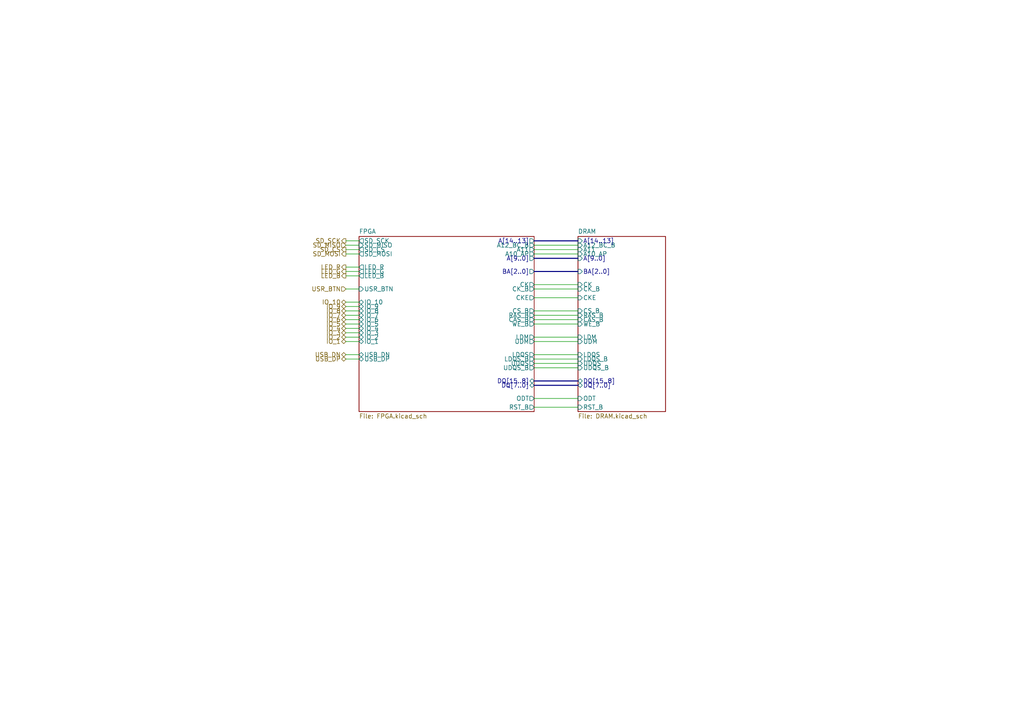
<source format=kicad_sch>
(kicad_sch
	(version 20250114)
	(generator "eeschema")
	(generator_version "9.0")
	(uuid "4352297a-e32b-4d0d-aeec-02d3edae7d1a")
	(paper "A4")
	(lib_symbols)
	(wire
		(pts
			(xy 154.94 83.82) (xy 167.64 83.82)
		)
		(stroke
			(width 0)
			(type default)
		)
		(uuid "03356519-9c03-426f-8de5-7bcdf640c3b2")
	)
	(wire
		(pts
			(xy 154.94 105.41) (xy 167.64 105.41)
		)
		(stroke
			(width 0)
			(type default)
		)
		(uuid "0a525378-ac94-4f66-a9e4-a36ce3c9af12")
	)
	(wire
		(pts
			(xy 154.94 97.79) (xy 167.64 97.79)
		)
		(stroke
			(width 0)
			(type default)
		)
		(uuid "1ccbd36f-0413-4e54-b32e-7c54257bf17d")
	)
	(wire
		(pts
			(xy 154.94 115.57) (xy 167.64 115.57)
		)
		(stroke
			(width 0)
			(type default)
		)
		(uuid "1cf12289-ee77-4be8-97c3-b73d2a88a46c")
	)
	(wire
		(pts
			(xy 100.33 80.01) (xy 104.14 80.01)
		)
		(stroke
			(width 0)
			(type default)
		)
		(uuid "251fb74a-e0c5-44e9-96a2-fd13ec306d69")
	)
	(wire
		(pts
			(xy 100.33 69.85) (xy 104.14 69.85)
		)
		(stroke
			(width 0)
			(type default)
		)
		(uuid "2736f26c-2d82-45a2-b46c-e66cd0d0e9c5")
	)
	(wire
		(pts
			(xy 154.94 72.39) (xy 167.64 72.39)
		)
		(stroke
			(width 0)
			(type default)
		)
		(uuid "401aae58-7b01-46f7-829a-ad1c1e819df7")
	)
	(wire
		(pts
			(xy 154.94 99.06) (xy 167.64 99.06)
		)
		(stroke
			(width 0)
			(type default)
		)
		(uuid "40e0d9f6-d23f-40e7-872a-f7103d90f807")
	)
	(wire
		(pts
			(xy 100.33 77.47) (xy 104.14 77.47)
		)
		(stroke
			(width 0)
			(type default)
		)
		(uuid "42bff415-6629-4914-81bb-a6e4651cedd8")
	)
	(wire
		(pts
			(xy 154.94 102.87) (xy 167.64 102.87)
		)
		(stroke
			(width 0)
			(type default)
		)
		(uuid "43978998-98f2-41e8-849f-b338fe24d148")
	)
	(wire
		(pts
			(xy 100.33 88.9) (xy 104.14 88.9)
		)
		(stroke
			(width 0)
			(type default)
		)
		(uuid "49c99f07-894e-49b0-ac90-06e0e867430e")
	)
	(wire
		(pts
			(xy 100.33 73.66) (xy 104.14 73.66)
		)
		(stroke
			(width 0)
			(type default)
		)
		(uuid "4b6b1b12-66b9-4fa6-b433-708fc90777c5")
	)
	(wire
		(pts
			(xy 154.94 86.36) (xy 167.64 86.36)
		)
		(stroke
			(width 0)
			(type default)
		)
		(uuid "53977053-512b-47f1-96fd-e7b582ac47df")
	)
	(wire
		(pts
			(xy 154.94 104.14) (xy 167.64 104.14)
		)
		(stroke
			(width 0)
			(type default)
		)
		(uuid "54935d9c-aa79-45fb-9812-ce8e04f44e14")
	)
	(bus
		(pts
			(xy 154.94 78.74) (xy 167.64 78.74)
		)
		(stroke
			(width 0)
			(type default)
		)
		(uuid "56342d4a-d75c-496d-adaf-477117a5f3c1")
	)
	(bus
		(pts
			(xy 154.94 110.49) (xy 167.64 110.49)
		)
		(stroke
			(width 0)
			(type default)
		)
		(uuid "5bc84b6d-4500-43bc-9576-3e02d4974b49")
	)
	(bus
		(pts
			(xy 154.94 111.76) (xy 167.64 111.76)
		)
		(stroke
			(width 0)
			(type default)
		)
		(uuid "5bff621d-7b9c-4b7d-b303-cb365e00a4a2")
	)
	(wire
		(pts
			(xy 100.33 93.98) (xy 104.14 93.98)
		)
		(stroke
			(width 0)
			(type default)
		)
		(uuid "62d2fb88-ad21-4f9a-968a-8d1e4c99ab0a")
	)
	(bus
		(pts
			(xy 154.94 74.93) (xy 167.64 74.93)
		)
		(stroke
			(width 0)
			(type default)
		)
		(uuid "6d1c0c21-041f-4181-b891-2a5fd92af489")
	)
	(wire
		(pts
			(xy 100.33 104.14) (xy 104.14 104.14)
		)
		(stroke
			(width 0)
			(type default)
		)
		(uuid "71de44a7-2381-44cc-9970-609a311b6e96")
	)
	(wire
		(pts
			(xy 100.33 97.79) (xy 104.14 97.79)
		)
		(stroke
			(width 0)
			(type default)
		)
		(uuid "7bd617c5-12a3-4287-a719-3e06603ec299")
	)
	(wire
		(pts
			(xy 154.94 91.44) (xy 167.64 91.44)
		)
		(stroke
			(width 0)
			(type default)
		)
		(uuid "7d7d5bc7-bba4-429f-92e5-f8927e49f8a9")
	)
	(wire
		(pts
			(xy 100.33 72.39) (xy 104.14 72.39)
		)
		(stroke
			(width 0)
			(type default)
		)
		(uuid "815de933-9ac0-4545-a2bb-186d2a6ce02c")
	)
	(wire
		(pts
			(xy 100.33 96.52) (xy 104.14 96.52)
		)
		(stroke
			(width 0)
			(type default)
		)
		(uuid "8434f48a-0298-4e7e-a487-14cc51205bcf")
	)
	(bus
		(pts
			(xy 154.94 69.85) (xy 167.64 69.85)
		)
		(stroke
			(width 0)
			(type default)
		)
		(uuid "893d9193-aa3f-4e00-bc54-693905d67d2d")
	)
	(wire
		(pts
			(xy 100.33 99.06) (xy 104.14 99.06)
		)
		(stroke
			(width 0)
			(type default)
		)
		(uuid "90255be7-3b2b-45a6-9ae3-9e60651a33b0")
	)
	(wire
		(pts
			(xy 154.94 92.71) (xy 167.64 92.71)
		)
		(stroke
			(width 0)
			(type default)
		)
		(uuid "96e2a504-0bf9-4028-ac91-6c487c43742e")
	)
	(wire
		(pts
			(xy 154.94 71.12) (xy 167.64 71.12)
		)
		(stroke
			(width 0)
			(type default)
		)
		(uuid "9746496a-21b4-47b3-b6a4-e0dac4ba784c")
	)
	(wire
		(pts
			(xy 154.94 82.55) (xy 167.64 82.55)
		)
		(stroke
			(width 0)
			(type default)
		)
		(uuid "9e487865-51b2-49ee-b8ec-00ce001392db")
	)
	(wire
		(pts
			(xy 154.94 73.66) (xy 167.64 73.66)
		)
		(stroke
			(width 0)
			(type default)
		)
		(uuid "ae60edb1-56fe-477d-8e87-be9fdc656a91")
	)
	(wire
		(pts
			(xy 154.94 93.98) (xy 167.64 93.98)
		)
		(stroke
			(width 0)
			(type default)
		)
		(uuid "bf870070-888e-419b-b632-1e5ee060851c")
	)
	(wire
		(pts
			(xy 100.33 102.87) (xy 104.14 102.87)
		)
		(stroke
			(width 0)
			(type default)
		)
		(uuid "ce4f41a9-b339-4e61-be29-908bc5f26cbd")
	)
	(wire
		(pts
			(xy 100.33 78.74) (xy 104.14 78.74)
		)
		(stroke
			(width 0)
			(type default)
		)
		(uuid "cf811994-f002-488c-a6a9-f4f8b3b9a044")
	)
	(wire
		(pts
			(xy 154.94 106.68) (xy 167.64 106.68)
		)
		(stroke
			(width 0)
			(type default)
		)
		(uuid "d443cb97-c399-4885-b8b3-15430a1619db")
	)
	(wire
		(pts
			(xy 100.33 90.17) (xy 104.14 90.17)
		)
		(stroke
			(width 0)
			(type default)
		)
		(uuid "d6c612d8-1528-4a25-9b1f-662057436ecb")
	)
	(wire
		(pts
			(xy 154.94 90.17) (xy 167.64 90.17)
		)
		(stroke
			(width 0)
			(type default)
		)
		(uuid "dd75ce40-8e10-4c71-9d21-8ce45b01d194")
	)
	(wire
		(pts
			(xy 100.33 87.63) (xy 104.14 87.63)
		)
		(stroke
			(width 0)
			(type default)
		)
		(uuid "ea14c2fb-98b5-4aa6-a305-2321a34d4437")
	)
	(wire
		(pts
			(xy 100.33 83.82) (xy 104.14 83.82)
		)
		(stroke
			(width 0)
			(type default)
		)
		(uuid "eca7f51a-5715-4fc0-8375-526d6ef1b6fa")
	)
	(wire
		(pts
			(xy 100.33 92.71) (xy 104.14 92.71)
		)
		(stroke
			(width 0)
			(type default)
		)
		(uuid "f6b34aba-e7df-443b-8616-c139b10abeda")
	)
	(wire
		(pts
			(xy 100.33 95.25) (xy 104.14 95.25)
		)
		(stroke
			(width 0)
			(type default)
		)
		(uuid "f709cf60-c84d-4a73-a366-b0992e8a81ef")
	)
	(wire
		(pts
			(xy 100.33 91.44) (xy 104.14 91.44)
		)
		(stroke
			(width 0)
			(type default)
		)
		(uuid "faea3d2c-96d3-469a-8fdc-c6a1711307f0")
	)
	(wire
		(pts
			(xy 154.94 118.11) (xy 167.64 118.11)
		)
		(stroke
			(width 0)
			(type default)
		)
		(uuid "fcefc7d2-1fd9-4761-a801-cda75bb8491d")
	)
	(wire
		(pts
			(xy 100.33 71.12) (xy 104.14 71.12)
		)
		(stroke
			(width 0)
			(type default)
		)
		(uuid "fcf574a9-14b5-4963-aa0a-2d24a54400e2")
	)
	(hierarchical_label "LED_B"
		(shape output)
		(at 100.33 80.01 180)
		(effects
			(font
				(size 1.27 1.27)
			)
			(justify right)
		)
		(uuid "02ce3184-12d3-4c0b-8757-c8cb8f79ca79")
	)
	(hierarchical_label "USR_BTN"
		(shape input)
		(at 100.33 83.82 180)
		(effects
			(font
				(size 1.27 1.27)
			)
			(justify right)
		)
		(uuid "0c930c4f-3f1a-4798-be68-704437964705")
	)
	(hierarchical_label "IO_1"
		(shape bidirectional)
		(at 100.33 99.06 180)
		(effects
			(font
				(size 1.27 1.27)
			)
			(justify right)
		)
		(uuid "0eb907ae-80c0-432a-8fb2-99c15866b12a")
	)
	(hierarchical_label "SD_CS"
		(shape output)
		(at 100.33 72.39 180)
		(effects
			(font
				(size 1.27 1.27)
			)
			(justify right)
		)
		(uuid "1aa35ffe-e176-496b-90f9-9f01c22a73e2")
	)
	(hierarchical_label "IO_10"
		(shape bidirectional)
		(at 100.33 87.63 180)
		(effects
			(font
				(size 1.27 1.27)
			)
			(justify right)
		)
		(uuid "1c91f08f-0f24-4f9f-ac16-4641fd421961")
	)
	(hierarchical_label "IO_2"
		(shape bidirectional)
		(at 100.33 97.79 180)
		(effects
			(font
				(size 1.27 1.27)
			)
			(justify right)
		)
		(uuid "1eb830a6-5785-4e39-9707-0d862135c6f4")
	)
	(hierarchical_label "SD_MOSI"
		(shape output)
		(at 100.33 73.66 180)
		(effects
			(font
				(size 1.27 1.27)
			)
			(justify right)
		)
		(uuid "2014beb5-5765-4b3e-94d2-06b92ba60e2a")
	)
	(hierarchical_label "IO_7"
		(shape bidirectional)
		(at 100.33 91.44 180)
		(effects
			(font
				(size 1.27 1.27)
			)
			(justify right)
		)
		(uuid "2d6ab1c8-f357-4833-b5ba-578771101201")
	)
	(hierarchical_label "LED_R"
		(shape output)
		(at 100.33 77.47 180)
		(effects
			(font
				(size 1.27 1.27)
			)
			(justify right)
		)
		(uuid "40bb6364-e90f-4013-bedc-6a86bbd3ff27")
	)
	(hierarchical_label "SD_SCK"
		(shape output)
		(at 100.33 69.85 180)
		(effects
			(font
				(size 1.27 1.27)
			)
			(justify right)
		)
		(uuid "4b5b3e9a-03ee-4c09-91dc-78d160cc3664")
	)
	(hierarchical_label "IO_9"
		(shape bidirectional)
		(at 100.33 88.9 180)
		(effects
			(font
				(size 1.27 1.27)
			)
			(justify right)
		)
		(uuid "5ff858c8-15b0-462e-b66f-8cd1d1d0fd8a")
	)
	(hierarchical_label "IO_8"
		(shape bidirectional)
		(at 100.33 90.17 180)
		(effects
			(font
				(size 1.27 1.27)
			)
			(justify right)
		)
		(uuid "6124b59f-682a-48dc-b684-242e3d22ff7e")
	)
	(hierarchical_label "USB_DN"
		(shape bidirectional)
		(at 100.33 102.87 180)
		(effects
			(font
				(size 1.27 1.27)
			)
			(justify right)
		)
		(uuid "66110213-7dec-4403-95d2-52dcd56bd6a1")
	)
	(hierarchical_label "IO_4"
		(shape bidirectional)
		(at 100.33 95.25 180)
		(effects
			(font
				(size 1.27 1.27)
			)
			(justify right)
		)
		(uuid "6ee6f46f-5678-4dcb-bd1a-7c74800566e1")
	)
	(hierarchical_label "SD_MISO"
		(shape input)
		(at 100.33 71.12 180)
		(effects
			(font
				(size 1.27 1.27)
			)
			(justify right)
		)
		(uuid "9c4a403c-b260-4d24-8f1c-8325798f81c4")
	)
	(hierarchical_label "IO_5"
		(shape bidirectional)
		(at 100.33 93.98 180)
		(effects
			(font
				(size 1.27 1.27)
			)
			(justify right)
		)
		(uuid "9c803cea-c7a3-41b4-bce6-837a4c33d094")
	)
	(hierarchical_label "IO_3"
		(shape bidirectional)
		(at 100.33 96.52 180)
		(effects
			(font
				(size 1.27 1.27)
			)
			(justify right)
		)
		(uuid "c47d0cdf-536e-4446-9e4b-6d16e8bf94db")
	)
	(hierarchical_label "LED_G"
		(shape output)
		(at 100.33 78.74 180)
		(effects
			(font
				(size 1.27 1.27)
			)
			(justify right)
		)
		(uuid "ce8042e3-25ec-482d-a84a-172ab2123db7")
	)
	(hierarchical_label "IO_6"
		(shape bidirectional)
		(at 100.33 92.71 180)
		(effects
			(font
				(size 1.27 1.27)
			)
			(justify right)
		)
		(uuid "d5d670f8-52e8-42f9-8ee2-1d57e70e3a7d")
	)
	(hierarchical_label "USB_DP"
		(shape bidirectional)
		(at 100.33 104.14 180)
		(effects
			(font
				(size 1.27 1.27)
			)
			(justify right)
		)
		(uuid "fad91cc6-e8a7-4862-9dd6-24ab2651a7ec")
	)
	(sheet
		(at 104.14 68.58)
		(size 50.8 50.8)
		(exclude_from_sim no)
		(in_bom yes)
		(on_board yes)
		(dnp no)
		(fields_autoplaced yes)
		(stroke
			(width 0.1524)
			(type solid)
		)
		(fill
			(color 0 0 0 0.0000)
		)
		(uuid "45951699-7d91-42f2-85db-3c9973456bfb")
		(property "Sheetname" "FPGA"
			(at 104.14 67.8684 0)
			(effects
				(font
					(size 1.27 1.27)
				)
				(justify left bottom)
			)
		)
		(property "Sheetfile" "FPGA.kicad_sch"
			(at 104.14 119.9646 0)
			(effects
				(font
					(size 1.27 1.27)
				)
				(justify left top)
			)
		)
		(pin "A10_AP" output
			(at 154.94 73.66 0)
			(uuid "2375aa0b-480c-497f-848a-e3d2d413f6c5")
			(effects
				(font
					(size 1.27 1.27)
				)
				(justify right)
			)
		)
		(pin "A11" output
			(at 154.94 72.39 0)
			(uuid "6e96396e-f658-4e74-bddb-5adb53e19ddb")
			(effects
				(font
					(size 1.27 1.27)
				)
				(justify right)
			)
		)
		(pin "A12_BC_B" output
			(at 154.94 71.12 0)
			(uuid "a6d27120-0782-4bc3-b343-4401dd9b474b")
			(effects
				(font
					(size 1.27 1.27)
				)
				(justify right)
			)
		)
		(pin "A[14..13]" output
			(at 154.94 69.85 0)
			(uuid "6f43edd6-e9c5-462b-8ec4-1e02d7a6b793")
			(effects
				(font
					(size 1.27 1.27)
				)
				(justify right)
			)
		)
		(pin "BA[2..0]" output
			(at 154.94 78.74 0)
			(uuid "a5e19671-b7d9-48e5-966a-4c3d60902cde")
			(effects
				(font
					(size 1.27 1.27)
				)
				(justify right)
			)
		)
		(pin "A[9..0]" output
			(at 154.94 74.93 0)
			(uuid "fcf24cc4-ddf2-4a77-9e0c-ce07f979e636")
			(effects
				(font
					(size 1.27 1.27)
				)
				(justify right)
			)
		)
		(pin "WE_B" output
			(at 154.94 93.98 0)
			(uuid "a7b7d62c-db6b-47fd-803c-b039cc18e558")
			(effects
				(font
					(size 1.27 1.27)
				)
				(justify right)
			)
		)
		(pin "RAS_B" output
			(at 154.94 91.44 0)
			(uuid "dc8c480c-1725-4105-ab1a-3af2f0d10c44")
			(effects
				(font
					(size 1.27 1.27)
				)
				(justify right)
			)
		)
		(pin "CAS_B" output
			(at 154.94 92.71 0)
			(uuid "e09e04b5-fa30-4d3c-b36e-2573008fb5b5")
			(effects
				(font
					(size 1.27 1.27)
				)
				(justify right)
			)
		)
		(pin "CS_B" output
			(at 154.94 90.17 0)
			(uuid "4cc125ab-a1ed-4972-8a12-2567b2d0fc4d")
			(effects
				(font
					(size 1.27 1.27)
				)
				(justify right)
			)
		)
		(pin "CK" output
			(at 154.94 82.55 0)
			(uuid "f999b773-599a-4d9f-8ae7-9846ab1c4f1c")
			(effects
				(font
					(size 1.27 1.27)
				)
				(justify right)
			)
		)
		(pin "CK_B" output
			(at 154.94 83.82 0)
			(uuid "81b4aac4-163f-46f1-bef1-5499e25768c3")
			(effects
				(font
					(size 1.27 1.27)
				)
				(justify right)
			)
		)
		(pin "RST_B" output
			(at 154.94 118.11 0)
			(uuid "d7da3cf3-413c-4cde-9880-46e05b176c48")
			(effects
				(font
					(size 1.27 1.27)
				)
				(justify right)
			)
		)
		(pin "DQ[15..8]" bidirectional
			(at 154.94 110.49 0)
			(uuid "d6ca27f8-f597-4ba1-9c13-fd27177b730f")
			(effects
				(font
					(size 1.27 1.27)
				)
				(justify right)
			)
		)
		(pin "DQ[7..0]" bidirectional
			(at 154.94 111.76 0)
			(uuid "daa93b8c-5572-4785-8f07-e383376db9c7")
			(effects
				(font
					(size 1.27 1.27)
				)
				(justify right)
			)
		)
		(pin "UDQS" output
			(at 154.94 105.41 0)
			(uuid "c0d901a2-2f96-44b3-a6ff-2390860bdd5d")
			(effects
				(font
					(size 1.27 1.27)
				)
				(justify right)
			)
		)
		(pin "CKE" output
			(at 154.94 86.36 0)
			(uuid "545888c7-328a-441f-871b-d49804f9120c")
			(effects
				(font
					(size 1.27 1.27)
				)
				(justify right)
			)
		)
		(pin "LDM" output
			(at 154.94 97.79 0)
			(uuid "8aa09f52-9ffd-4bc6-baaf-e15e87a8fe26")
			(effects
				(font
					(size 1.27 1.27)
				)
				(justify right)
			)
		)
		(pin "ODT" output
			(at 154.94 115.57 0)
			(uuid "ac7339bf-90e3-451f-af6c-49450a261d37")
			(effects
				(font
					(size 1.27 1.27)
				)
				(justify right)
			)
		)
		(pin "UDQS_B" output
			(at 154.94 106.68 0)
			(uuid "1735b8b9-99a3-43b8-b489-322a41897406")
			(effects
				(font
					(size 1.27 1.27)
				)
				(justify right)
			)
		)
		(pin "LDQS" output
			(at 154.94 102.87 0)
			(uuid "1f2a4761-438f-4874-91b0-bce9db2fd1d0")
			(effects
				(font
					(size 1.27 1.27)
				)
				(justify right)
			)
		)
		(pin "LDQS_B" output
			(at 154.94 104.14 0)
			(uuid "d6c764a3-4d2f-42f1-8b0d-d34f9bf28af8")
			(effects
				(font
					(size 1.27 1.27)
				)
				(justify right)
			)
		)
		(pin "UDM" output
			(at 154.94 99.06 0)
			(uuid "8c09d5a6-6f11-4547-97f8-c9b638755a98")
			(effects
				(font
					(size 1.27 1.27)
				)
				(justify right)
			)
		)
		(pin "SD_SCK" output
			(at 104.14 69.85 180)
			(uuid "1b7bb2ad-61e5-4831-aa09-1cdb1594bc0d")
			(effects
				(font
					(size 1.27 1.27)
				)
				(justify left)
			)
		)
		(pin "SD_MISO" input
			(at 104.14 71.12 180)
			(uuid "cb6d56b2-d3a0-42c8-a135-cbfde46cf7fb")
			(effects
				(font
					(size 1.27 1.27)
				)
				(justify left)
			)
		)
		(pin "SD_CS" output
			(at 104.14 72.39 180)
			(uuid "1064e943-17c2-4b72-94c8-8eca4f88e748")
			(effects
				(font
					(size 1.27 1.27)
				)
				(justify left)
			)
		)
		(pin "SD_MOSI" output
			(at 104.14 73.66 180)
			(uuid "c449c4c4-28fe-4fa3-b391-aceb6ddedb03")
			(effects
				(font
					(size 1.27 1.27)
				)
				(justify left)
			)
		)
		(pin "LED_R" output
			(at 104.14 77.47 180)
			(uuid "6dc58897-be08-45c7-a961-2a081f6839cc")
			(effects
				(font
					(size 1.27 1.27)
				)
				(justify left)
			)
		)
		(pin "LED_B" output
			(at 104.14 80.01 180)
			(uuid "deee3b8a-d204-4c81-bd97-5d158545c3b7")
			(effects
				(font
					(size 1.27 1.27)
				)
				(justify left)
			)
		)
		(pin "LED_G" output
			(at 104.14 78.74 180)
			(uuid "a6eeed8f-107f-4050-a0cf-fcb2465131ed")
			(effects
				(font
					(size 1.27 1.27)
				)
				(justify left)
			)
		)
		(pin "USR_BTN" input
			(at 104.14 83.82 180)
			(uuid "d69abee9-3734-415f-b747-7e30b096685e")
			(effects
				(font
					(size 1.27 1.27)
				)
				(justify left)
			)
		)
		(pin "IO_9" bidirectional
			(at 104.14 88.9 180)
			(uuid "acf20080-bcff-47f2-9542-488518d11aac")
			(effects
				(font
					(size 1.27 1.27)
				)
				(justify left)
			)
		)
		(pin "IO_2" bidirectional
			(at 104.14 97.79 180)
			(uuid "8149eae5-e17a-46ef-af62-4b65b5102f85")
			(effects
				(font
					(size 1.27 1.27)
				)
				(justify left)
			)
		)
		(pin "IO_8" bidirectional
			(at 104.14 90.17 180)
			(uuid "35d3d3e3-912a-4d76-8017-a2ad054e0c30")
			(effects
				(font
					(size 1.27 1.27)
				)
				(justify left)
			)
		)
		(pin "IO_1" bidirectional
			(at 104.14 99.06 180)
			(uuid "1d840a48-6ded-4856-9443-54cc9dd7c3e6")
			(effects
				(font
					(size 1.27 1.27)
				)
				(justify left)
			)
		)
		(pin "IO_3" bidirectional
			(at 104.14 96.52 180)
			(uuid "a01a18cd-0f18-4077-ad02-948534f49944")
			(effects
				(font
					(size 1.27 1.27)
				)
				(justify left)
			)
		)
		(pin "IO_4" bidirectional
			(at 104.14 95.25 180)
			(uuid "9de38bee-2deb-4a2b-afc2-59e780bec67a")
			(effects
				(font
					(size 1.27 1.27)
				)
				(justify left)
			)
		)
		(pin "IO_7" bidirectional
			(at 104.14 91.44 180)
			(uuid "cf093cbe-2bef-44cf-bad7-54d949aeb0f2")
			(effects
				(font
					(size 1.27 1.27)
				)
				(justify left)
			)
		)
		(pin "IO_5" bidirectional
			(at 104.14 93.98 180)
			(uuid "49446da1-3e21-4cfc-a048-6ac1379ff638")
			(effects
				(font
					(size 1.27 1.27)
				)
				(justify left)
			)
		)
		(pin "IO_6" bidirectional
			(at 104.14 92.71 180)
			(uuid "57d8b818-ad63-40bb-a801-432c27db574b")
			(effects
				(font
					(size 1.27 1.27)
				)
				(justify left)
			)
		)
		(pin "IO_10" bidirectional
			(at 104.14 87.63 180)
			(uuid "ea0199a9-5f13-469b-8bff-0867a453e52b")
			(effects
				(font
					(size 1.27 1.27)
				)
				(justify left)
			)
		)
		(pin "USB_DN" bidirectional
			(at 104.14 102.87 180)
			(uuid "94de9712-9405-4cae-89df-6523c954bd8f")
			(effects
				(font
					(size 1.27 1.27)
				)
				(justify left)
			)
		)
		(pin "USB_DP" bidirectional
			(at 104.14 104.14 180)
			(uuid "d98f9608-f910-4ebb-b772-b8ad01641458")
			(effects
				(font
					(size 1.27 1.27)
				)
				(justify left)
			)
		)
		(instances
			(project "sbc"
				(path "/9328a39f-e46f-4e23-a67b-f837d10a1254/ead0e1f6-3bed-4a4d-ba2e-bcbc99eccbe8"
					(page "10")
				)
			)
		)
	)
	(sheet
		(at 167.64 68.58)
		(size 25.4 50.8)
		(exclude_from_sim no)
		(in_bom yes)
		(on_board yes)
		(dnp no)
		(fields_autoplaced yes)
		(stroke
			(width 0.1524)
			(type solid)
		)
		(fill
			(color 0 0 0 0.0000)
		)
		(uuid "473a3989-8d64-4465-9744-9671bd8b9561")
		(property "Sheetname" "DRAM"
			(at 167.64 67.8684 0)
			(effects
				(font
					(size 1.27 1.27)
				)
				(justify left bottom)
			)
		)
		(property "Sheetfile" "DRAM.kicad_sch"
			(at 167.64 119.9646 0)
			(effects
				(font
					(size 1.27 1.27)
				)
				(justify left top)
			)
		)
		(pin "A10_AP" input
			(at 167.64 73.66 180)
			(uuid "971f0da1-f850-4dc4-983a-b588a6425b30")
			(effects
				(font
					(size 1.27 1.27)
				)
				(justify left)
			)
		)
		(pin "A11" input
			(at 167.64 72.39 180)
			(uuid "312d9110-f1f0-4f1c-9cd2-14a46c0b785a")
			(effects
				(font
					(size 1.27 1.27)
				)
				(justify left)
			)
		)
		(pin "A12_BC_B" input
			(at 167.64 71.12 180)
			(uuid "dda73c43-59e1-4b26-bc09-811c29f0ecbd")
			(effects
				(font
					(size 1.27 1.27)
				)
				(justify left)
			)
		)
		(pin "A[9..0]" input
			(at 167.64 74.93 180)
			(uuid "5a1fef22-c95d-466d-8820-f9790975c439")
			(effects
				(font
					(size 1.27 1.27)
				)
				(justify left)
			)
		)
		(pin "A[14..13]" input
			(at 167.64 69.85 180)
			(uuid "01b918c0-2a5e-4caa-89dc-f6939aa83107")
			(effects
				(font
					(size 1.27 1.27)
				)
				(justify left)
			)
		)
		(pin "BA[2..0]" input
			(at 167.64 78.74 180)
			(uuid "9140dd2b-b371-49af-b562-3df887c07fbb")
			(effects
				(font
					(size 1.27 1.27)
				)
				(justify left)
			)
		)
		(pin "CAS_B" input
			(at 167.64 92.71 180)
			(uuid "99ec1e60-9696-4bd4-9213-482e63ea877b")
			(effects
				(font
					(size 1.27 1.27)
				)
				(justify left)
			)
		)
		(pin "CK" input
			(at 167.64 82.55 180)
			(uuid "9967c5b3-2d5b-4870-a846-06199264ac08")
			(effects
				(font
					(size 1.27 1.27)
				)
				(justify left)
			)
		)
		(pin "CKE" input
			(at 167.64 86.36 180)
			(uuid "f7c124ca-0b68-454d-896a-3601a049cd48")
			(effects
				(font
					(size 1.27 1.27)
				)
				(justify left)
			)
		)
		(pin "CK_B" input
			(at 167.64 83.82 180)
			(uuid "84e378f0-f883-4892-89fe-ebe33353c07f")
			(effects
				(font
					(size 1.27 1.27)
				)
				(justify left)
			)
		)
		(pin "CS_B" input
			(at 167.64 90.17 180)
			(uuid "29324fbe-9258-4467-8340-2c5cb2c6672c")
			(effects
				(font
					(size 1.27 1.27)
				)
				(justify left)
			)
		)
		(pin "LDM" input
			(at 167.64 97.79 180)
			(uuid "b531367d-af42-4404-9abc-9509c6dea84f")
			(effects
				(font
					(size 1.27 1.27)
				)
				(justify left)
			)
		)
		(pin "LDQS" input
			(at 167.64 102.87 180)
			(uuid "1b977b55-566d-46b9-906b-d44b9b8cb2b0")
			(effects
				(font
					(size 1.27 1.27)
				)
				(justify left)
			)
		)
		(pin "LDQS_B" input
			(at 167.64 104.14 180)
			(uuid "e5c39eb1-e479-4aaa-9ff8-97b0e6b4f82a")
			(effects
				(font
					(size 1.27 1.27)
				)
				(justify left)
			)
		)
		(pin "ODT" input
			(at 167.64 115.57 180)
			(uuid "ce7704f0-e4fd-4843-9728-fea9992bd43e")
			(effects
				(font
					(size 1.27 1.27)
				)
				(justify left)
			)
		)
		(pin "RAS_B" input
			(at 167.64 91.44 180)
			(uuid "4b3ff623-a052-41c4-8ef0-c3fed9d1fcd2")
			(effects
				(font
					(size 1.27 1.27)
				)
				(justify left)
			)
		)
		(pin "RST_B" input
			(at 167.64 118.11 180)
			(uuid "08286965-b464-4197-949d-8e9d94e247d8")
			(effects
				(font
					(size 1.27 1.27)
				)
				(justify left)
			)
		)
		(pin "UDM" input
			(at 167.64 99.06 180)
			(uuid "89b33fe2-a5fc-48db-b88f-6ffdb616ea73")
			(effects
				(font
					(size 1.27 1.27)
				)
				(justify left)
			)
		)
		(pin "UDQS" input
			(at 167.64 105.41 180)
			(uuid "dc984bea-7c88-453f-872c-7b346b8f3919")
			(effects
				(font
					(size 1.27 1.27)
				)
				(justify left)
			)
		)
		(pin "UDQS_B" input
			(at 167.64 106.68 180)
			(uuid "2af2655e-e105-4576-93bb-6569c894959b")
			(effects
				(font
					(size 1.27 1.27)
				)
				(justify left)
			)
		)
		(pin "WE_B" input
			(at 167.64 93.98 180)
			(uuid "d15cb8d7-535f-4aac-b6e3-addffe92f642")
			(effects
				(font
					(size 1.27 1.27)
				)
				(justify left)
			)
		)
		(pin "DQ[15..8]" bidirectional
			(at 167.64 110.49 180)
			(uuid "78d823dd-2b33-4ccf-ab06-b8469bb75648")
			(effects
				(font
					(size 1.27 1.27)
				)
				(justify left)
			)
		)
		(pin "DQ[7..0]" bidirectional
			(at 167.64 111.76 180)
			(uuid "4027e449-ea99-47c0-8b94-d11995125c39")
			(effects
				(font
					(size 1.27 1.27)
				)
				(justify left)
			)
		)
		(instances
			(project "sbc"
				(path "/9328a39f-e46f-4e23-a67b-f837d10a1254/ead0e1f6-3bed-4a4d-ba2e-bcbc99eccbe8"
					(page "9")
				)
			)
		)
	)
)

</source>
